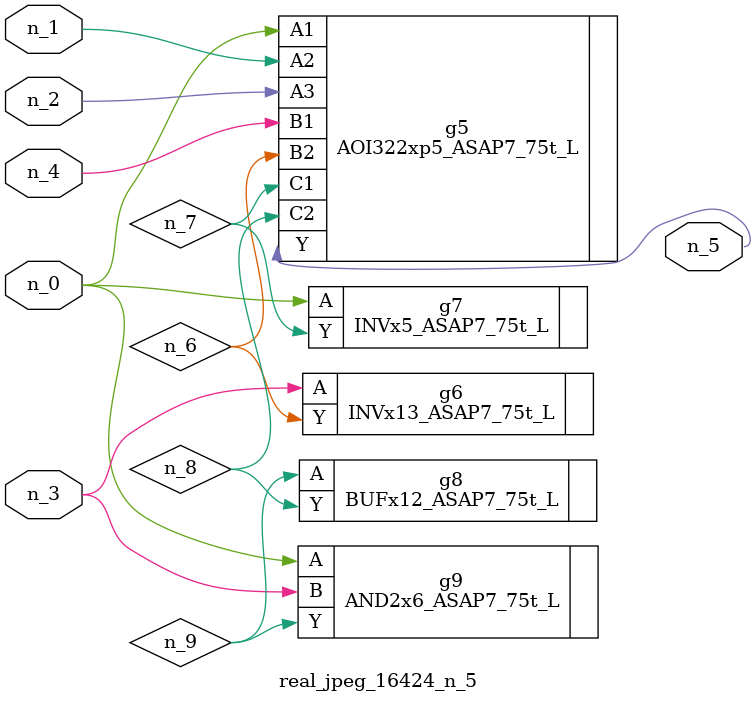
<source format=v>
module real_jpeg_16424_n_5 (n_4, n_0, n_1, n_2, n_3, n_5);

input n_4;
input n_0;
input n_1;
input n_2;
input n_3;

output n_5;

wire n_8;
wire n_6;
wire n_7;
wire n_9;

AOI322xp5_ASAP7_75t_L g5 ( 
.A1(n_0),
.A2(n_1),
.A3(n_2),
.B1(n_4),
.B2(n_6),
.C1(n_7),
.C2(n_8),
.Y(n_5)
);

INVx5_ASAP7_75t_L g7 ( 
.A(n_0),
.Y(n_7)
);

AND2x6_ASAP7_75t_L g9 ( 
.A(n_0),
.B(n_3),
.Y(n_9)
);

INVx13_ASAP7_75t_L g6 ( 
.A(n_3),
.Y(n_6)
);

BUFx12_ASAP7_75t_L g8 ( 
.A(n_9),
.Y(n_8)
);


endmodule
</source>
